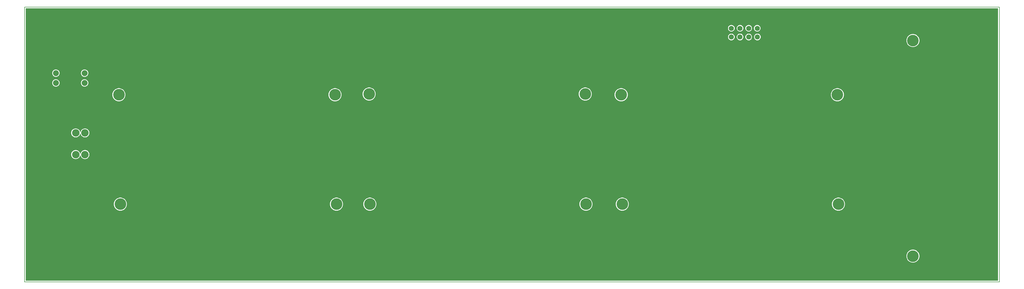
<source format=gbl>
G04*
G04 #@! TF.GenerationSoftware,Altium Limited,Altium Designer,22.4.2 (48)*
G04*
G04 Layer_Physical_Order=2*
G04 Layer_Color=16711680*
%FSLAX25Y25*%
%MOIN*%
G70*
G04*
G04 #@! TF.SameCoordinates,340CD510-C2A3-4888-8477-CFC9A3A3E853*
G04*
G04*
G04 #@! TF.FilePolarity,Positive*
G04*
G01*
G75*
%ADD11C,0.00500*%
%ADD24C,0.16929*%
%ADD25C,0.08000*%
%ADD26C,0.07000*%
%ADD27C,0.15748*%
%ADD28C,0.10158*%
%ADD29C,0.15000*%
G36*
X1323225Y2275D02*
X2275D01*
X2274Y373225D01*
X1323225D01*
Y2275D01*
D02*
G37*
%LPC*%
G36*
X996592Y350500D02*
X995408D01*
X994263Y350193D01*
X993237Y349601D01*
X992399Y348763D01*
X991807Y347737D01*
X991500Y346592D01*
Y345408D01*
X991807Y344263D01*
X992399Y343237D01*
X993237Y342399D01*
X994263Y341807D01*
X995408Y341500D01*
X996592D01*
X997737Y341807D01*
X998763Y342399D01*
X999601Y343237D01*
X1000193Y344263D01*
X1000500Y345408D01*
Y346592D01*
X1000193Y347737D01*
X999601Y348763D01*
X998763Y349601D01*
X997737Y350193D01*
X996592Y350500D01*
D02*
G37*
G36*
X984992D02*
X983808D01*
X982663Y350193D01*
X981637Y349601D01*
X980799Y348763D01*
X980207Y347737D01*
X979900Y346592D01*
Y345408D01*
X980207Y344263D01*
X980799Y343237D01*
X981637Y342399D01*
X982663Y341807D01*
X983808Y341500D01*
X984992D01*
X986137Y341807D01*
X987163Y342399D01*
X988001Y343237D01*
X988593Y344263D01*
X988900Y345408D01*
Y346592D01*
X988593Y347737D01*
X988001Y348763D01*
X987163Y349601D01*
X986137Y350193D01*
X984992Y350500D01*
D02*
G37*
G36*
X973192D02*
X972008D01*
X970863Y350193D01*
X969837Y349601D01*
X968999Y348763D01*
X968407Y347737D01*
X968100Y346592D01*
Y345408D01*
X968407Y344263D01*
X968999Y343237D01*
X969837Y342399D01*
X970863Y341807D01*
X972008Y341500D01*
X973192D01*
X974337Y341807D01*
X975363Y342399D01*
X976201Y343237D01*
X976793Y344263D01*
X977100Y345408D01*
Y346592D01*
X976793Y347737D01*
X976201Y348763D01*
X975363Y349601D01*
X974337Y350193D01*
X973192Y350500D01*
D02*
G37*
G36*
X961392D02*
X960208D01*
X959063Y350193D01*
X958037Y349601D01*
X957199Y348763D01*
X956607Y347737D01*
X956300Y346592D01*
Y345408D01*
X956607Y344263D01*
X957199Y343237D01*
X958037Y342399D01*
X959063Y341807D01*
X960208Y341500D01*
X961392D01*
X962537Y341807D01*
X963563Y342399D01*
X964401Y343237D01*
X964993Y344263D01*
X965300Y345408D01*
Y346592D01*
X964993Y347737D01*
X964401Y348763D01*
X963563Y349601D01*
X962537Y350193D01*
X961392Y350500D01*
D02*
G37*
G36*
X996792Y338700D02*
X995608D01*
X994463Y338393D01*
X993437Y337801D01*
X992599Y336963D01*
X992007Y335937D01*
X991700Y334792D01*
Y333608D01*
X992007Y332463D01*
X992599Y331437D01*
X993437Y330599D01*
X994463Y330007D01*
X995608Y329700D01*
X996792D01*
X997937Y330007D01*
X998963Y330599D01*
X999801Y331437D01*
X1000393Y332463D01*
X1000700Y333608D01*
Y334792D01*
X1000393Y335937D01*
X999801Y336963D01*
X998963Y337801D01*
X997937Y338393D01*
X996792Y338700D01*
D02*
G37*
G36*
X984992D02*
X983808D01*
X982663Y338393D01*
X981637Y337801D01*
X980799Y336963D01*
X980207Y335937D01*
X979900Y334792D01*
Y333608D01*
X980207Y332463D01*
X980799Y331437D01*
X981637Y330599D01*
X982663Y330007D01*
X983808Y329700D01*
X984992D01*
X986137Y330007D01*
X987163Y330599D01*
X988001Y331437D01*
X988593Y332463D01*
X988900Y333608D01*
Y334792D01*
X988593Y335937D01*
X988001Y336963D01*
X987163Y337801D01*
X986137Y338393D01*
X984992Y338700D01*
D02*
G37*
G36*
X973192D02*
X972008D01*
X970863Y338393D01*
X969837Y337801D01*
X968999Y336963D01*
X968407Y335937D01*
X968100Y334792D01*
Y333608D01*
X968407Y332463D01*
X968999Y331437D01*
X969837Y330599D01*
X970863Y330007D01*
X972008Y329700D01*
X973192D01*
X974337Y330007D01*
X975363Y330599D01*
X976201Y331437D01*
X976793Y332463D01*
X977100Y333608D01*
Y334792D01*
X976793Y335937D01*
X976201Y336963D01*
X975363Y337801D01*
X974337Y338393D01*
X973192Y338700D01*
D02*
G37*
G36*
X961392D02*
X960208D01*
X959063Y338393D01*
X958037Y337801D01*
X957199Y336963D01*
X956607Y335937D01*
X956300Y334792D01*
Y333608D01*
X956607Y332463D01*
X957199Y331437D01*
X958037Y330599D01*
X959063Y330007D01*
X960208Y329700D01*
X961392D01*
X962537Y330007D01*
X963563Y330599D01*
X964401Y331437D01*
X964993Y332463D01*
X965300Y333608D01*
Y334792D01*
X964993Y335937D01*
X964401Y336963D01*
X963563Y337801D01*
X962537Y338393D01*
X961392Y338700D01*
D02*
G37*
G36*
X1208374Y338224D02*
X1206626D01*
X1204912Y337883D01*
X1203297Y337214D01*
X1201843Y336243D01*
X1200607Y335007D01*
X1199636Y333554D01*
X1198967Y331939D01*
X1198626Y330224D01*
Y328476D01*
X1198967Y326762D01*
X1199636Y325147D01*
X1200607Y323693D01*
X1201843Y322458D01*
X1203297Y321486D01*
X1204912Y320817D01*
X1206626Y320476D01*
X1208374D01*
X1210089Y320817D01*
X1211703Y321486D01*
X1213157Y322458D01*
X1214393Y323693D01*
X1215364Y325147D01*
X1216033Y326762D01*
X1216374Y328476D01*
Y330224D01*
X1216033Y331939D01*
X1215364Y333554D01*
X1214393Y335007D01*
X1213157Y336243D01*
X1211703Y337214D01*
X1210089Y337883D01*
X1208374Y338224D01*
D02*
G37*
G36*
X82658Y290000D02*
X81342D01*
X80070Y289659D01*
X78930Y289001D01*
X77999Y288070D01*
X77341Y286930D01*
X77000Y285658D01*
Y284342D01*
X77341Y283070D01*
X77999Y281930D01*
X78930Y280999D01*
X80070Y280341D01*
X81342Y280000D01*
X82658D01*
X83930Y280341D01*
X85070Y280999D01*
X86001Y281930D01*
X86659Y283070D01*
X87000Y284342D01*
Y285658D01*
X86659Y286930D01*
X86001Y288070D01*
X85070Y289001D01*
X83930Y289659D01*
X82658Y290000D01*
D02*
G37*
G36*
X43658D02*
X42342D01*
X41070Y289659D01*
X39930Y289001D01*
X38999Y288070D01*
X38341Y286930D01*
X38000Y285658D01*
Y284342D01*
X38341Y283070D01*
X38999Y281930D01*
X39930Y280999D01*
X41070Y280341D01*
X42342Y280000D01*
X43658D01*
X44930Y280341D01*
X46070Y280999D01*
X47001Y281930D01*
X47659Y283070D01*
X48000Y284342D01*
Y285658D01*
X47659Y286930D01*
X47001Y288070D01*
X46070Y289001D01*
X44930Y289659D01*
X43658Y290000D01*
D02*
G37*
G36*
X82658Y276500D02*
X81342D01*
X80070Y276159D01*
X78930Y275501D01*
X77999Y274570D01*
X77341Y273430D01*
X77000Y272158D01*
Y270842D01*
X77341Y269570D01*
X77999Y268430D01*
X78930Y267499D01*
X80070Y266841D01*
X81342Y266500D01*
X82658D01*
X83930Y266841D01*
X85070Y267499D01*
X86001Y268430D01*
X86659Y269570D01*
X87000Y270842D01*
Y272158D01*
X86659Y273430D01*
X86001Y274570D01*
X85070Y275501D01*
X83930Y276159D01*
X82658Y276500D01*
D02*
G37*
G36*
X43658D02*
X42342D01*
X41070Y276159D01*
X39930Y275501D01*
X38999Y274570D01*
X38341Y273430D01*
X38000Y272158D01*
Y270842D01*
X38341Y269570D01*
X38999Y268430D01*
X39930Y267499D01*
X41070Y266841D01*
X42342Y266500D01*
X43658D01*
X44930Y266841D01*
X46070Y267499D01*
X47001Y268430D01*
X47659Y269570D01*
X48000Y270842D01*
Y272158D01*
X47659Y273430D01*
X47001Y274570D01*
X46070Y275501D01*
X44930Y276159D01*
X43658Y276500D01*
D02*
G37*
G36*
X763224Y265374D02*
X761476D01*
X759762Y265033D01*
X758147Y264364D01*
X756694Y263393D01*
X755457Y262157D01*
X754486Y260703D01*
X753817Y259088D01*
X753476Y257374D01*
Y255626D01*
X753817Y253911D01*
X754486Y252297D01*
X755457Y250843D01*
X756694Y249607D01*
X758147Y248636D01*
X759762Y247967D01*
X761476Y247626D01*
X763224D01*
X764939Y247967D01*
X766554Y248636D01*
X768007Y249607D01*
X769243Y250843D01*
X770214Y252297D01*
X770883Y253911D01*
X771224Y255626D01*
Y257374D01*
X770883Y259088D01*
X770214Y260703D01*
X769243Y262157D01*
X768007Y263393D01*
X766554Y264364D01*
X764939Y265033D01*
X763224Y265374D01*
D02*
G37*
G36*
X469524D02*
X467776D01*
X466061Y265033D01*
X464446Y264364D01*
X462993Y263393D01*
X461757Y262157D01*
X460786Y260703D01*
X460117Y259088D01*
X459776Y257374D01*
Y255626D01*
X460117Y253911D01*
X460786Y252297D01*
X461757Y250843D01*
X462993Y249607D01*
X464446Y248636D01*
X466061Y247967D01*
X467776Y247626D01*
X469524D01*
X471238Y247967D01*
X472853Y248636D01*
X474306Y249607D01*
X475542Y250843D01*
X476514Y252297D01*
X477183Y253911D01*
X477524Y255626D01*
Y257374D01*
X477183Y259088D01*
X476514Y260703D01*
X475542Y262157D01*
X474306Y263393D01*
X472853Y264364D01*
X471238Y265033D01*
X469524Y265374D01*
D02*
G37*
G36*
X1105724Y264374D02*
X1103976D01*
X1102262Y264033D01*
X1100647Y263364D01*
X1099193Y262393D01*
X1097958Y261157D01*
X1096986Y259703D01*
X1096317Y258088D01*
X1095976Y256374D01*
Y254626D01*
X1096317Y252911D01*
X1096986Y251297D01*
X1097958Y249843D01*
X1099193Y248607D01*
X1100647Y247636D01*
X1102262Y246967D01*
X1103976Y246626D01*
X1105724D01*
X1107439Y246967D01*
X1109054Y247636D01*
X1110507Y248607D01*
X1111743Y249843D01*
X1112714Y251297D01*
X1113383Y252911D01*
X1113724Y254626D01*
Y256374D01*
X1113383Y258088D01*
X1112714Y259703D01*
X1111743Y261157D01*
X1110507Y262393D01*
X1109054Y263364D01*
X1107439Y264033D01*
X1105724Y264374D01*
D02*
G37*
G36*
X812024D02*
X810276D01*
X808561Y264033D01*
X806946Y263364D01*
X805493Y262393D01*
X804257Y261157D01*
X803286Y259703D01*
X802617Y258088D01*
X802276Y256374D01*
Y254626D01*
X802617Y252911D01*
X803286Y251297D01*
X804257Y249843D01*
X805493Y248607D01*
X806946Y247636D01*
X808561Y246967D01*
X810276Y246626D01*
X812024D01*
X813738Y246967D01*
X815353Y247636D01*
X816807Y248607D01*
X818042Y249843D01*
X819014Y251297D01*
X819683Y252911D01*
X820024Y254626D01*
Y256374D01*
X819683Y258088D01*
X819014Y259703D01*
X818042Y261157D01*
X816807Y262393D01*
X815353Y263364D01*
X813738Y264033D01*
X812024Y264374D01*
D02*
G37*
G36*
X423224D02*
X421476D01*
X419762Y264033D01*
X418147Y263364D01*
X416693Y262393D01*
X415457Y261157D01*
X414486Y259703D01*
X413817Y258088D01*
X413476Y256374D01*
Y254626D01*
X413817Y252911D01*
X414486Y251297D01*
X415457Y249843D01*
X416693Y248607D01*
X418147Y247636D01*
X419762Y246967D01*
X421476Y246626D01*
X423224D01*
X424939Y246967D01*
X426554Y247636D01*
X428007Y248607D01*
X429243Y249843D01*
X430214Y251297D01*
X430883Y252911D01*
X431224Y254626D01*
Y256374D01*
X430883Y258088D01*
X430214Y259703D01*
X429243Y261157D01*
X428007Y262393D01*
X426554Y263364D01*
X424939Y264033D01*
X423224Y264374D01*
D02*
G37*
G36*
X129524D02*
X127776D01*
X126061Y264033D01*
X124446Y263364D01*
X122993Y262393D01*
X121757Y261157D01*
X120786Y259703D01*
X120117Y258088D01*
X119776Y256374D01*
Y254626D01*
X120117Y252911D01*
X120786Y251297D01*
X121757Y249843D01*
X122993Y248607D01*
X124446Y247636D01*
X126061Y246967D01*
X127776Y246626D01*
X129524D01*
X131238Y246967D01*
X132853Y247636D01*
X134307Y248607D01*
X135543Y249843D01*
X136514Y251297D01*
X137183Y252911D01*
X137524Y254626D01*
Y256374D01*
X137183Y258088D01*
X136514Y259703D01*
X135543Y261157D01*
X134307Y262393D01*
X132853Y263364D01*
X131238Y264033D01*
X129524Y264374D01*
D02*
G37*
G36*
X83118Y209579D02*
X81921D01*
X80747Y209345D01*
X79640Y208887D01*
X78645Y208222D01*
X77798Y207375D01*
X77133Y206379D01*
X76674Y205273D01*
X76515Y204470D01*
X76005D01*
X75845Y205273D01*
X75387Y206379D01*
X74722Y207375D01*
X73875Y208222D01*
X72879Y208887D01*
X71773Y209345D01*
X70599Y209579D01*
X69401D01*
X68227Y209345D01*
X67121Y208887D01*
X66125Y208222D01*
X65278Y207375D01*
X64613Y206379D01*
X64155Y205273D01*
X63921Y204099D01*
Y202901D01*
X64155Y201727D01*
X64613Y200621D01*
X65278Y199625D01*
X66125Y198778D01*
X67121Y198113D01*
X68227Y197655D01*
X69401Y197421D01*
X70599D01*
X71773Y197655D01*
X72879Y198113D01*
X73875Y198778D01*
X74722Y199625D01*
X75387Y200621D01*
X75845Y201727D01*
X76005Y202530D01*
X76515D01*
X76674Y201727D01*
X77133Y200621D01*
X77798Y199625D01*
X78645Y198778D01*
X79640Y198113D01*
X80747Y197655D01*
X81921Y197421D01*
X83118D01*
X84293Y197655D01*
X85399Y198113D01*
X86395Y198778D01*
X87241Y199625D01*
X87907Y200621D01*
X88365Y201727D01*
X88598Y202901D01*
Y204099D01*
X88365Y205273D01*
X87907Y206379D01*
X87241Y207375D01*
X86395Y208222D01*
X85399Y208887D01*
X84293Y209345D01*
X83118Y209579D01*
D02*
G37*
G36*
Y180079D02*
X81921D01*
X80747Y179845D01*
X79640Y179387D01*
X78645Y178722D01*
X77798Y177875D01*
X77133Y176879D01*
X76674Y175773D01*
X76515Y174970D01*
X76005D01*
X75845Y175773D01*
X75387Y176879D01*
X74722Y177875D01*
X73875Y178722D01*
X72879Y179387D01*
X71773Y179845D01*
X70599Y180079D01*
X69401D01*
X68227Y179845D01*
X67121Y179387D01*
X66125Y178722D01*
X65278Y177875D01*
X64613Y176879D01*
X64155Y175773D01*
X63921Y174599D01*
Y173401D01*
X64155Y172227D01*
X64613Y171121D01*
X65278Y170125D01*
X66125Y169278D01*
X67121Y168613D01*
X68227Y168155D01*
X69401Y167921D01*
X70599D01*
X71773Y168155D01*
X72879Y168613D01*
X73875Y169278D01*
X74722Y170125D01*
X75387Y171121D01*
X75845Y172227D01*
X76005Y173030D01*
X76515D01*
X76674Y172227D01*
X77133Y171121D01*
X77798Y170125D01*
X78645Y169278D01*
X79640Y168613D01*
X80747Y168155D01*
X81921Y167921D01*
X83118D01*
X84293Y168155D01*
X85399Y168613D01*
X86395Y169278D01*
X87241Y170125D01*
X87907Y171121D01*
X88365Y172227D01*
X88598Y173401D01*
Y174599D01*
X88365Y175773D01*
X87907Y176879D01*
X87241Y177875D01*
X86395Y178722D01*
X85399Y179387D01*
X84293Y179845D01*
X83118Y180079D01*
D02*
G37*
G36*
X1107224Y115374D02*
X1105476D01*
X1103762Y115033D01*
X1102147Y114364D01*
X1100694Y113393D01*
X1099457Y112157D01*
X1098486Y110703D01*
X1097817Y109088D01*
X1097476Y107374D01*
Y105626D01*
X1097817Y103912D01*
X1098486Y102297D01*
X1099457Y100843D01*
X1100694Y99607D01*
X1102147Y98636D01*
X1103762Y97967D01*
X1105476Y97626D01*
X1107224D01*
X1108939Y97967D01*
X1110554Y98636D01*
X1112007Y99607D01*
X1113243Y100843D01*
X1114214Y102297D01*
X1114883Y103912D01*
X1115224Y105626D01*
Y107374D01*
X1114883Y109088D01*
X1114214Y110703D01*
X1113243Y112157D01*
X1112007Y113393D01*
X1110554Y114364D01*
X1108939Y115033D01*
X1107224Y115374D01*
D02*
G37*
G36*
X813524D02*
X811776D01*
X810061Y115033D01*
X808446Y114364D01*
X806993Y113393D01*
X805757Y112157D01*
X804786Y110703D01*
X804117Y109088D01*
X803776Y107374D01*
Y105626D01*
X804117Y103912D01*
X804786Y102297D01*
X805757Y100843D01*
X806993Y99607D01*
X808446Y98636D01*
X810061Y97967D01*
X811776Y97626D01*
X813524D01*
X815238Y97967D01*
X816853Y98636D01*
X818307Y99607D01*
X819543Y100843D01*
X820514Y102297D01*
X821183Y103912D01*
X821524Y105626D01*
Y107374D01*
X821183Y109088D01*
X820514Y110703D01*
X819543Y112157D01*
X818307Y113393D01*
X816853Y114364D01*
X815238Y115033D01*
X813524Y115374D01*
D02*
G37*
G36*
X764224D02*
X762476D01*
X760762Y115033D01*
X759147Y114364D01*
X757693Y113393D01*
X756458Y112157D01*
X755486Y110703D01*
X754817Y109088D01*
X754476Y107374D01*
Y105626D01*
X754817Y103912D01*
X755486Y102297D01*
X756458Y100843D01*
X757693Y99607D01*
X759147Y98636D01*
X760762Y97967D01*
X762476Y97626D01*
X764224D01*
X765939Y97967D01*
X767554Y98636D01*
X769007Y99607D01*
X770243Y100843D01*
X771214Y102297D01*
X771883Y103912D01*
X772224Y105626D01*
Y107374D01*
X771883Y109088D01*
X771214Y110703D01*
X770243Y112157D01*
X769007Y113393D01*
X767554Y114364D01*
X765939Y115033D01*
X764224Y115374D01*
D02*
G37*
G36*
X470524D02*
X468776D01*
X467061Y115033D01*
X465446Y114364D01*
X463993Y113393D01*
X462757Y112157D01*
X461786Y110703D01*
X461117Y109088D01*
X460776Y107374D01*
Y105626D01*
X461117Y103912D01*
X461786Y102297D01*
X462757Y100843D01*
X463993Y99607D01*
X465446Y98636D01*
X467061Y97967D01*
X468776Y97626D01*
X470524D01*
X472238Y97967D01*
X473853Y98636D01*
X475307Y99607D01*
X476543Y100843D01*
X477514Y102297D01*
X478183Y103912D01*
X478524Y105626D01*
Y107374D01*
X478183Y109088D01*
X477514Y110703D01*
X476543Y112157D01*
X475307Y113393D01*
X473853Y114364D01*
X472238Y115033D01*
X470524Y115374D01*
D02*
G37*
G36*
X425224D02*
X423476D01*
X421762Y115033D01*
X420147Y114364D01*
X418693Y113393D01*
X417457Y112157D01*
X416486Y110703D01*
X415817Y109088D01*
X415476Y107374D01*
Y105626D01*
X415817Y103912D01*
X416486Y102297D01*
X417457Y100843D01*
X418693Y99607D01*
X420147Y98636D01*
X421762Y97967D01*
X423476Y97626D01*
X425224D01*
X426939Y97967D01*
X428554Y98636D01*
X430007Y99607D01*
X431243Y100843D01*
X432214Y102297D01*
X432883Y103912D01*
X433224Y105626D01*
Y107374D01*
X432883Y109088D01*
X432214Y110703D01*
X431243Y112157D01*
X430007Y113393D01*
X428554Y114364D01*
X426939Y115033D01*
X425224Y115374D01*
D02*
G37*
G36*
X131524D02*
X129776D01*
X128061Y115033D01*
X126446Y114364D01*
X124993Y113393D01*
X123757Y112157D01*
X122786Y110703D01*
X122117Y109088D01*
X121776Y107374D01*
Y105626D01*
X122117Y103912D01*
X122786Y102297D01*
X123757Y100843D01*
X124993Y99607D01*
X126446Y98636D01*
X128061Y97967D01*
X129776Y97626D01*
X131524D01*
X133238Y97967D01*
X134853Y98636D01*
X136307Y99607D01*
X137542Y100843D01*
X138514Y102297D01*
X139183Y103912D01*
X139524Y105626D01*
Y107374D01*
X139183Y109088D01*
X138514Y110703D01*
X137542Y112157D01*
X136307Y113393D01*
X134853Y114364D01*
X133238Y115033D01*
X131524Y115374D01*
D02*
G37*
G36*
X1208374Y44524D02*
X1206626D01*
X1204912Y44183D01*
X1203297Y43514D01*
X1201843Y42542D01*
X1200607Y41306D01*
X1199636Y39853D01*
X1198967Y38238D01*
X1198626Y36524D01*
Y34776D01*
X1198967Y33061D01*
X1199636Y31446D01*
X1200607Y29993D01*
X1201843Y28757D01*
X1203297Y27786D01*
X1204912Y27117D01*
X1206626Y26776D01*
X1208374D01*
X1210089Y27117D01*
X1211703Y27786D01*
X1213157Y28757D01*
X1214393Y29993D01*
X1215364Y31446D01*
X1216033Y33061D01*
X1216374Y34776D01*
Y36524D01*
X1216033Y38238D01*
X1215364Y39853D01*
X1214393Y41306D01*
X1213157Y42542D01*
X1211703Y43514D01*
X1210089Y44183D01*
X1208374Y44524D01*
D02*
G37*
%LPD*%
D11*
X500Y500D02*
X1325000D01*
X1325000Y375000D02*
X1325000Y500D01*
X500Y375000D02*
X1325000D01*
X500D02*
X500Y500D01*
D24*
X28500Y356500D02*
D03*
X1303500D02*
D03*
X1302500Y19000D02*
D03*
X28500D02*
D03*
D25*
X43000Y285000D02*
D03*
X82000D02*
D03*
Y271500D02*
D03*
X43000D02*
D03*
D26*
X949000Y330500D02*
D03*
X1008000D02*
D03*
X996000Y346000D02*
D03*
X996200Y334200D02*
D03*
X984400D02*
D03*
Y346000D02*
D03*
X972600D02*
D03*
X960800D02*
D03*
Y334200D02*
D03*
X972600D02*
D03*
D27*
X1207500Y35650D02*
D03*
Y329350D02*
D03*
X1104850Y255500D02*
D03*
X811150D02*
D03*
X812650Y106500D02*
D03*
X1106350D02*
D03*
X422350Y255500D02*
D03*
X128650D02*
D03*
X130650Y106500D02*
D03*
X424350D02*
D03*
X469650D02*
D03*
X763350D02*
D03*
X762350Y256500D02*
D03*
X468650D02*
D03*
D28*
X70000Y174000D02*
D03*
X82520Y203500D02*
D03*
Y174000D02*
D03*
X70000Y203500D02*
D03*
D29*
X18307Y155299D02*
D03*
Y222201D02*
D03*
M02*

</source>
